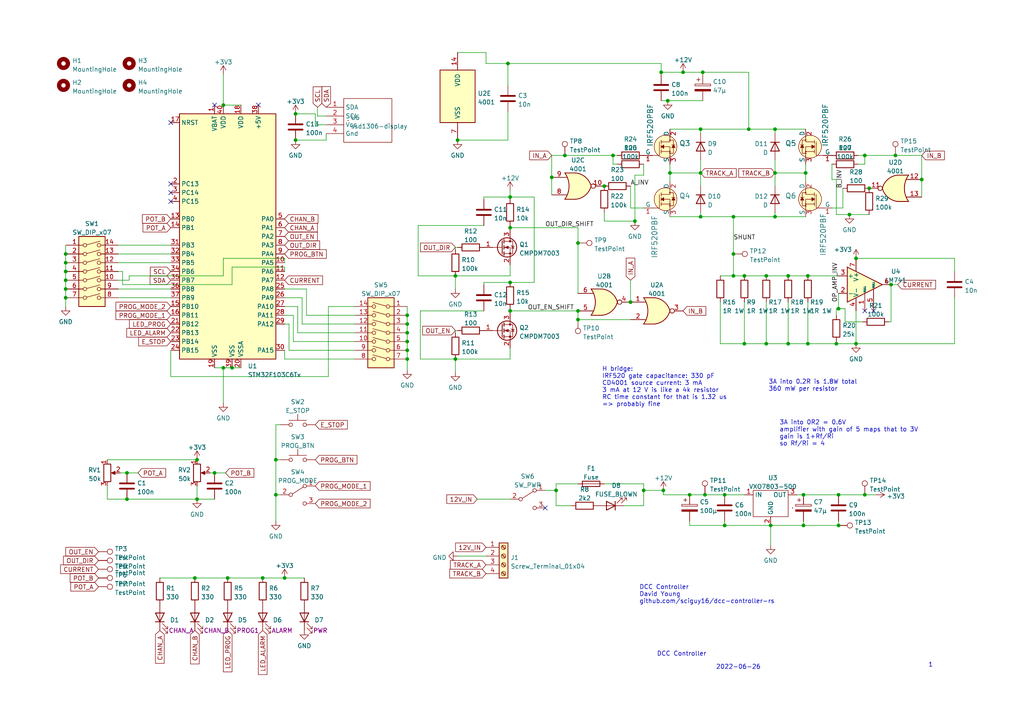
<source format=kicad_sch>
(kicad_sch (version 20211123) (generator eeschema)
  (paper "A4")
  (junction (at 56.515 167.64))
  (junction (at 252.095 54.61))
  (junction (at 191.77 20.955))
  (junction (at 19.05 73.66))
  (junction (at 248.285 74.93))
  (junction (at 210.185 143.51))
  (junction (at 267.335 52.07))
  (junction (at 85.725 40.64))
  (junction (at 132.08 104.14))
  (junction (at 248.285 99.695))
  (junction (at 19.05 83.82))
  (junction (at 215.9 99.695))
  (junction (at 224.79 62.865))
  (junction (at 118.11 104.14))
  (junction (at 228.6 99.695))
  (junction (at 233.68 50.165))
  (junction (at 147.32 18.415))
  (junction (at 210.185 152.4))
  (junction (at 194.31 50.165))
  (junction (at 118.11 93.98))
  (junction (at 246.38 62.23))
  (junction (at 215.9 80.01))
  (junction (at 224.79 50.165))
  (junction (at 147.955 66.04))
  (junction (at 132.08 80.01))
  (junction (at 203.2 50.165))
  (junction (at 147.955 81.915))
  (junction (at 118.11 91.44))
  (junction (at 163.83 45.085))
  (junction (at 242.57 99.695))
  (junction (at 19.05 78.74))
  (junction (at 198.12 20.955))
  (junction (at 118.11 99.06))
  (junction (at 250.825 45.085))
  (junction (at 161.29 142.24))
  (junction (at 76.2 167.64))
  (junction (at 62.23 137.16))
  (junction (at 167.64 70.485))
  (junction (at 19.05 86.36))
  (junction (at 36.83 144.78))
  (junction (at 259.715 45.085))
  (junction (at 118.11 101.6))
  (junction (at 118.11 96.52))
  (junction (at 175.26 53.975))
  (junction (at 234.315 80.01))
  (junction (at 67.31 106.68))
  (junction (at 258.445 82.55))
  (junction (at 64.77 106.68))
  (junction (at 200.025 143.51))
  (junction (at 36.83 137.16))
  (junction (at 243.205 89.535))
  (junction (at 167.64 92.71))
  (junction (at 192.405 142.24))
  (junction (at 233.045 143.51))
  (junction (at 64.77 30.48))
  (junction (at 203.2 37.465))
  (junction (at 19.05 81.28))
  (junction (at 57.15 144.78))
  (junction (at 212.725 73.66))
  (junction (at 80.01 133.35))
  (junction (at 233.045 152.4))
  (junction (at 243.205 152.4))
  (junction (at 203.2 62.865))
  (junction (at 147.955 90.17))
  (junction (at 57.15 133.35))
  (junction (at 204.47 143.51))
  (junction (at 228.6 80.01))
  (junction (at 85.725 33.02))
  (junction (at 19.05 76.2))
  (junction (at 212.725 62.865))
  (junction (at 223.52 152.4))
  (junction (at 203.835 20.955))
  (junction (at 193.675 29.21))
  (junction (at 167.64 90.17))
  (junction (at 182.88 87.63))
  (junction (at 132.715 40.64))
  (junction (at 224.79 37.465))
  (junction (at 222.25 80.01))
  (junction (at 82.55 167.64))
  (junction (at 234.315 99.695))
  (junction (at 222.25 99.695))
  (junction (at 160.02 51.435))
  (junction (at 186.69 142.24))
  (junction (at 250.825 143.51))
  (junction (at 147.955 57.15))
  (junction (at 80.01 143.51))
  (junction (at 217.17 37.465))
  (junction (at 66.04 167.64))
  (junction (at 212.725 80.01))
  (junction (at 184.15 64.135))
  (junction (at 243.205 143.51))
  (junction (at 177.8 45.085))
  (no_connect (at 49.53 35.56))
  (no_connect (at 158.115 147.32))
  (no_connect (at 253.365 90.17))
  (no_connect (at 49.53 58.42))
  (no_connect (at 74.93 30.48))
  (no_connect (at 250.825 90.17))
  (no_connect (at 62.23 30.48))
  (no_connect (at 49.53 53.34))
  (no_connect (at 49.53 55.88))
  (wire (pts (xy 243.205 89.535) (xy 243.205 85.09)))
  (wire (pts (xy 215.9 80.01) (xy 222.25 80.01)))
  (wire (pts (xy 147.955 89.535) (xy 147.955 90.17)))
  (wire (pts (xy 160.02 51.435) (xy 160.02 56.515)))
  (wire (pts (xy 118.11 104.14) (xy 118.11 107.315)))
  (wire (pts (xy 212.725 73.66) (xy 212.725 80.01)))
  (wire (pts (xy 217.17 20.955) (xy 217.17 37.465)))
  (wire (pts (xy 19.05 86.36) (xy 19.05 88.9)))
  (wire (pts (xy 243.205 89.535) (xy 242.57 89.535)))
  (wire (pts (xy 204.47 143.51) (xy 210.185 143.51)))
  (wire (pts (xy 276.86 74.93) (xy 276.86 78.74)))
  (wire (pts (xy 88.9 83.82) (xy 82.55 83.82)))
  (wire (pts (xy 241.3 52.07) (xy 241.3 47.625)))
  (wire (pts (xy 94.615 40.64) (xy 85.725 40.64)))
  (wire (pts (xy 64.77 74.93) (xy 82.55 74.93)))
  (wire (pts (xy 154.94 57.15) (xy 154.94 81.915)))
  (wire (pts (xy 19.05 71.12) (xy 19.05 73.66)))
  (wire (pts (xy 132.08 104.14) (xy 147.955 104.14)))
  (wire (pts (xy 140.97 18.415) (xy 140.97 15.24)))
  (wire (pts (xy 208.915 80.01) (xy 212.725 80.01)))
  (wire (pts (xy 91.44 33.02) (xy 85.725 33.02)))
  (wire (pts (xy 259.715 45.085) (xy 267.335 45.085)))
  (wire (pts (xy 250.825 143.51) (xy 254 143.51)))
  (wire (pts (xy 140.335 65.405) (xy 121.285 65.405)))
  (wire (pts (xy 67.31 106.68) (xy 69.85 106.68)))
  (wire (pts (xy 228.6 80.01) (xy 234.315 80.01)))
  (wire (pts (xy 57.15 140.97) (xy 57.15 144.78)))
  (wire (pts (xy 194.31 50.165) (xy 194.31 47.625)))
  (wire (pts (xy 147.955 65.405) (xy 147.955 66.04)))
  (wire (pts (xy 80.01 143.51) (xy 81.28 143.51)))
  (wire (pts (xy 82.55 74.93) (xy 82.55 76.2)))
  (wire (pts (xy 194.31 62.865) (xy 203.2 62.865)))
  (wire (pts (xy 19.05 78.74) (xy 19.05 81.28)))
  (wire (pts (xy 147.32 18.415) (xy 191.77 18.415)))
  (wire (pts (xy 121.92 90.17) (xy 121.92 104.14)))
  (wire (pts (xy 35.56 78.74) (xy 35.56 82.55)))
  (wire (pts (xy 215.9 87.63) (xy 215.9 99.695)))
  (wire (pts (xy 228.6 99.695) (xy 222.25 99.695)))
  (wire (pts (xy 76.2 167.64) (xy 82.55 167.64)))
  (wire (pts (xy 161.29 142.24) (xy 161.29 140.335)))
  (wire (pts (xy 182.88 87.63) (xy 182.88 81.28)))
  (wire (pts (xy 243.205 152.4) (xy 243.205 151.13)))
  (wire (pts (xy 132.08 80.01) (xy 132.08 83.82)))
  (wire (pts (xy 140.335 90.17) (xy 121.92 90.17)))
  (wire (pts (xy 102.87 88.9) (xy 95.25 88.9)))
  (wire (pts (xy 223.52 152.4) (xy 223.52 158.115)))
  (wire (pts (xy 34.29 76.2) (xy 49.53 76.2)))
  (wire (pts (xy 31.115 140.97) (xy 31.115 144.78)))
  (wire (pts (xy 19.05 81.28) (xy 19.05 83.82)))
  (wire (pts (xy 118.11 93.98) (xy 118.11 96.52)))
  (wire (pts (xy 147.955 57.15) (xy 147.955 57.785)))
  (wire (pts (xy 186.69 50.8) (xy 186.69 47.625)))
  (wire (pts (xy 192.405 143.51) (xy 192.405 142.24)))
  (wire (pts (xy 37.465 80.01) (xy 64.77 80.01)))
  (wire (pts (xy 248.92 47.625) (xy 250.825 47.625)))
  (wire (pts (xy 147.955 90.17) (xy 147.955 90.805)))
  (wire (pts (xy 147.955 66.04) (xy 147.955 66.675)))
  (wire (pts (xy 121.285 80.01) (xy 132.08 80.01)))
  (wire (pts (xy 233.68 50.165) (xy 233.68 52.705)))
  (wire (pts (xy 140.335 57.15) (xy 147.955 57.15)))
  (wire (pts (xy 36.83 144.78) (xy 57.15 144.78)))
  (wire (pts (xy 140.97 15.24) (xy 132.715 15.24)))
  (wire (pts (xy 224.79 50.165) (xy 233.68 50.165)))
  (wire (pts (xy 194.31 37.465) (xy 203.2 37.465)))
  (wire (pts (xy 82.55 167.64) (xy 88.265 167.64)))
  (wire (pts (xy 147.32 18.415) (xy 147.32 24.765)))
  (wire (pts (xy 212.725 62.865) (xy 224.79 62.865)))
  (wire (pts (xy 66.04 167.64) (xy 76.2 167.64)))
  (wire (pts (xy 258.445 82.55) (xy 260.35 82.55)))
  (wire (pts (xy 212.725 80.01) (xy 215.9 80.01)))
  (wire (pts (xy 194.31 50.165) (xy 194.31 52.705)))
  (wire (pts (xy 34.925 137.16) (xy 36.83 137.16)))
  (wire (pts (xy 102.87 91.44) (xy 88.9 91.44)))
  (wire (pts (xy 210.185 151.13) (xy 210.185 152.4)))
  (wire (pts (xy 64.77 106.68) (xy 67.31 106.68)))
  (wire (pts (xy 186.69 142.24) (xy 186.69 140.335)))
  (wire (pts (xy 85.09 99.06) (xy 85.09 91.44)))
  (wire (pts (xy 64.77 116.84) (xy 64.77 106.68)))
  (wire (pts (xy 244.475 60.325) (xy 244.475 54.61)))
  (wire (pts (xy 102.87 104.14) (xy 82.55 104.14)))
  (wire (pts (xy 94.615 36.195) (xy 91.44 36.195)))
  (wire (pts (xy 186.69 146.685) (xy 186.69 142.24)))
  (wire (pts (xy 19.05 73.66) (xy 19.05 76.2)))
  (wire (pts (xy 160.02 45.085) (xy 160.02 51.435)))
  (wire (pts (xy 132.08 95.885) (xy 132.715 95.885)))
  (wire (pts (xy 184.15 64.135) (xy 175.26 64.135)))
  (wire (pts (xy 57.15 144.78) (xy 62.23 144.78)))
  (wire (pts (xy 31.115 133.35) (xy 57.15 133.35)))
  (wire (pts (xy 177.8 45.085) (xy 179.07 45.085)))
  (wire (pts (xy 34.29 86.36) (xy 49.53 86.36)))
  (wire (pts (xy 154.94 81.915) (xy 147.955 81.915)))
  (wire (pts (xy 118.11 96.52) (xy 118.11 99.06)))
  (wire (pts (xy 140.335 57.785) (xy 140.335 57.15)))
  (wire (pts (xy 80.01 133.35) (xy 80.01 123.19)))
  (wire (pts (xy 215.9 99.695) (xy 208.915 99.695)))
  (wire (pts (xy 140.335 81.915) (xy 147.955 81.915)))
  (wire (pts (xy 80.01 133.35) (xy 81.28 133.35)))
  (wire (pts (xy 184.15 64.135) (xy 184.15 50.8)))
  (wire (pts (xy 82.55 77.47) (xy 82.55 78.74)))
  (wire (pts (xy 203.835 20.955) (xy 203.835 21.59)))
  (wire (pts (xy 147.955 90.17) (xy 167.64 90.17)))
  (wire (pts (xy 233.68 62.865) (xy 224.79 62.865)))
  (wire (pts (xy 191.77 29.21) (xy 193.675 29.21)))
  (wire (pts (xy 19.05 83.82) (xy 19.05 86.36)))
  (wire (pts (xy 132.715 161.29) (xy 140.97 161.29)))
  (wire (pts (xy 258.445 93.345) (xy 257.81 93.345)))
  (wire (pts (xy 203.835 20.955) (xy 217.17 20.955)))
  (wire (pts (xy 200.025 143.51) (xy 192.405 143.51)))
  (wire (pts (xy 132.08 71.755) (xy 132.08 72.39)))
  (wire (pts (xy 246.38 62.23) (xy 252.095 62.23)))
  (wire (pts (xy 248.285 99.695) (xy 242.57 99.695)))
  (wire (pts (xy 132.08 80.01) (xy 147.955 80.01)))
  (wire (pts (xy 31.115 144.78) (xy 36.83 144.78)))
  (wire (pts (xy 121.92 104.14) (xy 132.08 104.14)))
  (wire (pts (xy 158.115 142.24) (xy 161.29 142.24)))
  (wire (pts (xy 210.185 143.51) (xy 215.9 143.51)))
  (wire (pts (xy 92.075 33.655) (xy 94.615 33.655)))
  (wire (pts (xy 62.23 137.16) (xy 65.405 137.16)))
  (wire (pts (xy 132.08 71.755) (xy 132.715 71.755)))
  (wire (pts (xy 228.6 87.63) (xy 228.6 99.695)))
  (wire (pts (xy 49.53 109.22) (xy 49.53 101.6)))
  (wire (pts (xy 161.29 140.335) (xy 167.64 140.335)))
  (wire (pts (xy 118.11 101.6) (xy 118.11 104.14)))
  (wire (pts (xy 161.29 146.685) (xy 161.29 142.24)))
  (wire (pts (xy 224.79 37.465) (xy 224.79 38.735)))
  (wire (pts (xy 67.31 82.55) (xy 67.31 77.47)))
  (wire (pts (xy 217.17 37.465) (xy 224.79 37.465)))
  (wire (pts (xy 118.11 91.44) (xy 118.11 93.98)))
  (wire (pts (xy 147.955 57.15) (xy 154.94 57.15)))
  (wire (pts (xy 224.79 62.865) (xy 224.79 61.595)))
  (wire (pts (xy 67.31 77.47) (xy 82.55 77.47)))
  (wire (pts (xy 64.77 80.01) (xy 64.77 74.93)))
  (wire (pts (xy 118.11 99.06) (xy 118.11 101.6)))
  (wire (pts (xy 231.14 143.51) (xy 233.045 143.51)))
  (wire (pts (xy 234.315 80.01) (xy 243.205 80.01)))
  (wire (pts (xy 60.96 137.16) (xy 62.23 137.16)))
  (wire (pts (xy 138.43 144.78) (xy 147.955 144.78)))
  (wire (pts (xy 167.64 92.71) (xy 182.88 92.71)))
  (wire (pts (xy 102.87 96.52) (xy 86.36 96.52)))
  (wire (pts (xy 248.285 90.17) (xy 248.285 99.695)))
  (wire (pts (xy 250.825 47.625) (xy 250.825 45.085)))
  (wire (pts (xy 233.045 143.51) (xy 243.205 143.51)))
  (wire (pts (xy 245.11 89.535) (xy 243.205 89.535)))
  (wire (pts (xy 167.64 85.09) (xy 167.64 70.485)))
  (wire (pts (xy 102.87 101.6) (xy 83.82 101.6)))
  (wire (pts (xy 87.63 86.36) (xy 82.55 86.36)))
  (wire (pts (xy 212.725 62.865) (xy 212.725 73.66)))
  (wire (pts (xy 80.01 123.19) (xy 81.28 123.19)))
  (wire (pts (xy 191.77 20.955) (xy 198.12 20.955)))
  (wire (pts (xy 34.29 78.74) (xy 35.56 78.74)))
  (wire (pts (xy 233.68 47.625) (xy 233.68 50.165)))
  (wire (pts (xy 193.675 29.21) (xy 203.835 29.21)))
  (wire (pts (xy 102.87 93.98) (xy 87.63 93.98)))
  (wire (pts (xy 177.8 47.625) (xy 177.8 45.085)))
  (wire (pts (xy 34.29 81.28) (xy 37.465 81.28)))
  (wire (pts (xy 46.355 167.64) (xy 56.515 167.64)))
  (wire (pts (xy 167.64 66.04) (xy 147.955 66.04)))
  (wire (pts (xy 102.87 99.06) (xy 85.09 99.06)))
  (wire (pts (xy 147.32 18.415) (xy 140.97 18.415)))
  (wire (pts (xy 147.32 32.385) (xy 147.32 40.64)))
  (wire (pts (xy 56.515 167.64) (xy 66.04 167.64)))
  (wire (pts (xy 224.79 37.465) (xy 233.68 37.465)))
  (wire (pts (xy 121.285 65.405) (xy 121.285 80.01)))
  (wire (pts (xy 86.36 88.9) (xy 82.55 88.9)))
  (wire (pts (xy 242.57 99.695) (xy 242.57 99.06)))
  (wire (pts (xy 94.615 38.735) (xy 94.615 40.64)))
  (wire (pts (xy 200.025 143.51) (xy 204.47 143.51)))
  (wire (pts (xy 95.25 88.9) (xy 95.25 109.22)))
  (wire (pts (xy 147.955 76.835) (xy 147.955 80.01)))
  (wire (pts (xy 83.82 101.6) (xy 83.82 93.98)))
  (wire (pts (xy 118.11 88.9) (xy 118.11 91.44)))
  (wire (pts (xy 34.29 73.66) (xy 49.53 73.66)))
  (wire (pts (xy 242.57 89.535) (xy 242.57 91.44)))
  (wire (pts (xy 36.83 137.16) (xy 40.005 137.16)))
  (wire (pts (xy 165.735 146.685) (xy 161.29 146.685)))
  (wire (pts (xy 222.25 87.63) (xy 222.25 99.695)))
  (wire (pts (xy 163.83 45.085) (xy 177.8 45.085)))
  (wire (pts (xy 87.63 93.98) (xy 87.63 86.36)))
  (wire (pts (xy 276.86 99.695) (xy 248.285 99.695)))
  (wire (pts (xy 34.29 71.12) (xy 49.53 71.12)))
  (wire (pts (xy 86.36 96.52) (xy 86.36 88.9)))
  (wire (pts (xy 191.77 18.415) (xy 191.77 20.955)))
  (wire (pts (xy 175.26 64.135) (xy 175.26 61.595)))
  (wire (pts (xy 223.52 152.4) (xy 233.045 152.4)))
  (wire (pts (xy 184.15 50.8) (xy 186.69 50.8)))
  (wire (pts (xy 250.825 45.085) (xy 259.715 45.085)))
  (wire (pts (xy 203.2 50.165) (xy 203.2 53.975)))
  (wire (pts (xy 203.2 37.465) (xy 203.2 38.735)))
  (wire (pts (xy 186.69 140.335) (xy 175.26 140.335)))
  (wire (pts (xy 179.07 47.625) (xy 177.8 47.625)))
  (wire (pts (xy 203.2 37.465) (xy 217.17 37.465)))
  (wire (pts (xy 147.955 104.14) (xy 147.955 100.965)))
  (wire (pts (xy 223.52 152.4) (xy 210.185 152.4)))
  (wire (pts (xy 92.075 31.115) (xy 92.075 33.655)))
  (wire (pts (xy 91.44 33.02) (xy 91.44 36.195)))
  (wire (pts (xy 167.64 90.17) (xy 167.64 92.71)))
  (wire (pts (xy 203.2 46.355) (xy 203.2 50.165)))
  (wire (pts (xy 64.77 21.59) (xy 64.77 30.48)))
  (wire (pts (xy 64.77 30.48) (xy 69.85 30.48)))
  (wire (pts (xy 37.465 81.28) (xy 37.465 80.01)))
  (wire (pts (xy 35.56 82.55) (xy 67.31 82.55)))
  (wire (pts (xy 233.045 152.4) (xy 243.205 152.4)))
  (wire (pts (xy 248.92 45.085) (xy 250.825 45.085)))
  (wire (pts (xy 234.315 99.695) (xy 228.6 99.695)))
  (wire (pts (xy 242.57 62.23) (xy 242.57 52.07)))
  (wire (pts (xy 267.335 45.085) (xy 267.335 52.07)))
  (wire (pts (xy 85.09 91.44) (xy 82.55 91.44)))
  (wire (pts (xy 250.19 93.345) (xy 245.11 93.345)))
  (wire (pts (xy 186.69 60.325) (xy 182.88 60.325)))
  (wire (pts (xy 242.57 99.695) (xy 234.315 99.695)))
  (wire (pts (xy 88.9 91.44) (xy 88.9 83.82)))
  (wire (pts (xy 248.285 74.93) (xy 276.86 74.93)))
  (wire (pts (xy 80.01 151.13) (xy 80.01 143.51)))
  (wire (pts (xy 167.64 70.485) (xy 167.64 66.04)))
  (wire (pts (xy 147.32 40.64) (xy 132.715 40.64)))
  (wire (pts (xy 224.79 46.355) (xy 224.79 50.165)))
  (wire (pts (xy 246.38 62.23) (xy 242.57 62.23)))
  (wire (pts (xy 182.88 60.325) (xy 182.88 53.975)))
  (wire (pts (xy 203.2 61.595) (xy 203.2 62.865)))
  (wire (pts (xy 203.2 50.165) (xy 194.31 50.165)))
  (wire (pts (xy 83.82 93.98) (xy 82.55 93.98)))
  (wire (pts (xy 267.335 52.07) (xy 267.335 57.15)))
  (wire (pts (xy 180.975 146.685) (xy 186.69 146.685)))
  (wire (pts (xy 245.11 93.345) (xy 245.11 89.535)))
  (wire (pts (xy 243.205 143.51) (xy 250.825 143.51)))
  (wire (pts (xy 203.2 62.865) (xy 212.725 62.865)))
  (wire (pts (xy 233.045 151.13) (xy 233.045 152.4)))
  (wire (pts (xy 192.405 142.24) (xy 186.69 142.24)))
  (wire (pts (xy 191.77 20.955) (xy 191.77 21.59)))
  (wire (pts (xy 224.79 50.165) (xy 224.79 53.975)))
  (wire (pts (xy 222.25 80.01) (xy 228.6 80.01)))
  (wire (pts (xy 210.185 152.4) (xy 200.025 152.4)))
  (wire (pts (xy 258.445 82.55) (xy 258.445 93.345)))
  (wire (pts (xy 160.02 45.085) (xy 163.83 45.085)))
  (wire (pts (xy 276.86 86.36) (xy 276.86 99.695)))
  (wire (pts (xy 208.915 99.695) (xy 208.915 87.63)))
  (wire (pts (xy 82.55 104.14) (xy 82.55 101.6)))
  (wire (pts (xy 19.05 76.2) (xy 19.05 78.74)))
  (wire (pts (xy 198.12 20.955) (xy 203.835 20.955)))
  (wire (pts (xy 222.25 99.695) (xy 215.9 99.695)))
  (wire (pts (xy 64.77 106.68) (xy 62.23 106.68)))
  (wire (pts (xy 132.08 95.885) (xy 132.08 96.52)))
  (wire (pts (xy 132.08 104.14) (xy 132.08 107.95)))
  (wire (pts (xy 80.01 143.51) (xy 80.01 133.35)))
  (wire (pts (xy 242.57 52.07) (xy 241.3 52.07)))
  (wire (pts (xy 200.025 152.4) (xy 200.025 151.13)))
  (wire (pts (xy 234.315 87.63) (xy 234.315 99.695)))
  (wire (pts (xy 95.25 109.22) (xy 49.53 109.22)))
  (wire (pts (xy 34.29 83.82) (xy 49.53 83.82)))
  (wire (pts (xy 241.3 60.325) (xy 244.475 60.325)))
  (wire (pts (xy 140.335 82.55) (xy 140.335 81.915)))
  (wire (pts (xy 147.955 55.245) (xy 147.955 57.15)))
  (text "DCC Controller" (at 190.5 190.5 0) (effects (font (size 1.27 1.27)) (justify left bottom)))
  (text "H bridge:\nIRF520 gate capacitance: 330 pF\nCD4001 source current: 3 mA\n3 mA at 12 V is like a 4k resistor\nRC time constant for that is 1.32 us\n=> probably fine" (at 174.625 118.11 0) (effects (font (size 1.27 1.27)) (justify left bottom)))
  (text "DCC Controller\nDavid Young\ngithub.com/sciguy16/dcc-controller-rs" (at 185.42 175.26 0) (effects (font (size 1.27 1.27)) (justify left bottom)))
  (text "2022-06-26" (at 207.645 194.31 0) (effects (font (size 1.27 1.27)) (justify left bottom)))
  (text "3A into 0.2R is 1.8W total\n360 mW per resistor" (at 222.885 113.665 0) (effects (font (size 1.27 1.27)) (justify left bottom)))
  (text "1" (at 269.24 193.675 0) (effects (font (size 1.27 1.27)) (justify left bottom)))
  (text "3A into 0R2 = 0.6V\namplifier with gain of 5 maps that to 3V\ngain is 1+Rf/Ri\nso Rf/Ri = 4" (at 226.06 129.54 0) (effects (font (size 1.27 1.27)) (justify left bottom)))
  (label "B_INV" (at 244.475 54.61 90))
  (label "SHUNT" (at 212.725 69.85 0))
  (label "OP_AMP_INV" (at 243.205 87.63 90))
  (label "OUT_EN_SHIFT" (at 153.035 90.17 0))
  (label "A_INV" (at 182.88 53.975 0))
  (label "OUT_DIR_SHIFT" (at 158.115 66.04 0))
  (global_label "CHAN_B" (shape input) (at 82.55 63.5 0) (property "Intersheet References" "${INTERSHEET_REFS}" (effects hide)))
  (global_label "OUT_EN" (shape input) (at 132.08 95.885 180) (property "Intersheet References" "${INTERSHEET_REFS}" (effects hide)))
  (global_label "PROG_BTN" (shape input) (at 91.44 133.35 0) (property "Intersheet References" "${INTERSHEET_REFS}" (effects hide)))
  (global_label "PROG_MODE_2" (shape input) (at 49.53 88.9 180) (property "Intersheet References" "${INTERSHEET_REFS}" (effects hide)))
  (global_label "OUT_EN" (shape input) (at 82.55 68.58 0) (property "Intersheet References" "${INTERSHEET_REFS}" (effects hide)))
  (global_label "PROG_MODE_1" (shape input) (at 91.44 140.97 0) (property "Intersheet References" "${INTERSHEET_REFS}" (effects hide)))
  (global_label "CHAN_A" (shape input) (at 46.355 182.88 270) (property "Intersheet References" "${INTERSHEET_REFS}" (effects hide)))
  (global_label "POT_A" (shape input) (at 49.53 66.04 180) (property "Intersheet References" "${INTERSHEET_REFS}" (effects hide)))
  (global_label "CHAN_B" (shape input) (at 56.515 182.88 270) (property "Intersheet References" "${INTERSHEET_REFS}" (effects hide)))
  (global_label "TRACK_B" (shape input) (at 224.79 50.165 180) (property "Intersheet References" "${INTERSHEET_REFS}" (effects hide)))
  (global_label "IN_A" (shape input) (at 182.88 81.28 90) (property "Intersheet References" "${INTERSHEET_REFS}" (effects hide)))
  (global_label "LED_ALARM" (shape input) (at 49.53 96.52 180) (property "Intersheet References" "${INTERSHEET_REFS}" (effects hide)))
  (global_label "POT_B" (shape input) (at 49.53 63.5 180) (property "Intersheet References" "${INTERSHEET_REFS}" (effects hide)))
  (global_label "POT_A" (shape input) (at 40.005 137.16 0) (property "Intersheet References" "${INTERSHEET_REFS}" (effects hide)))
  (global_label "OUT_EN" (shape input) (at 28.575 160.02 180) (property "Intersheet References" "${INTERSHEET_REFS}" (effects hide)))
  (global_label "LED_ALARM" (shape input) (at 76.2 182.88 270) (property "Intersheet References" "${INTERSHEET_REFS}" (effects hide)))
  (global_label "LED_PROG" (shape input) (at 49.53 93.98 180) (property "Intersheet References" "${INTERSHEET_REFS}" (effects hide)))
  (global_label "POT_A" (shape input) (at 28.575 170.18 180) (property "Intersheet References" "${INTERSHEET_REFS}" (effects hide)))
  (global_label "TRACK_A" (shape input) (at 203.2 50.165 0) (property "Intersheet References" "${INTERSHEET_REFS}" (effects hide)))
  (global_label "SCL" (shape input) (at 92.075 31.115 90) (property "Intersheet References" "${INTERSHEET_REFS}" (effects hide)))
  (global_label "TRACK_A" (shape input) (at 140.97 163.83 180) (property "Intersheet References" "${INTERSHEET_REFS}" (effects hide)))
  (global_label "E_STOP" (shape input) (at 91.44 123.19 0) (property "Intersheet References" "${INTERSHEET_REFS}" (effects hide)))
  (global_label "E_STOP" (shape input) (at 49.53 99.06 180) (property "Intersheet References" "${INTERSHEET_REFS}" (effects hide)))
  (global_label "CHAN_A" (shape input) (at 82.55 66.04 0) (property "Intersheet References" "${INTERSHEET_REFS}" (effects hide)))
  (global_label "CURRENT" (shape input) (at 260.35 82.55 0) (property "Intersheet References" "${INTERSHEET_REFS}" (effects hide)))
  (global_label "12V_IN" (shape input) (at 138.43 144.78 180) (property "Intersheet References" "${INTERSHEET_REFS}" (effects hide)))
  (global_label "SCL" (shape input) (at 49.53 78.74 180) (property "Intersheet References" "${INTERSHEET_REFS}" (effects hide)))
  (global_label "PROG_MODE_2" (shape input) (at 91.44 146.05 0) (property "Intersheet References" "${INTERSHEET_REFS}" (effects hide)))
  (global_label "OUT_DIR" (shape input) (at 28.575 162.56 180) (property "Intersheet References" "${INTERSHEET_REFS}" (effects hide)))
  (global_label "PROG_BTN" (shape input) (at 82.55 73.66 0) (property "Intersheet References" "${INTERSHEET_REFS}" (effects hide)))
  (global_label "OUT_DIR" (shape input) (at 132.08 71.755 180) (property "Intersheet References" "${INTERSHEET_REFS}" (effects hide)))
  (global_label "12V_IN" (shape input) (at 140.97 158.75 180) (property "Intersheet References" "${INTERSHEET_REFS}" (effects hide)))
  (global_label "IN_A" (shape input) (at 160.02 45.085 180) (property "Intersheet References" "${INTERSHEET_REFS}" (effects hide)))
  (global_label "SDA" (shape input) (at 94.615 31.115 90) (property "Intersheet References" "${INTERSHEET_REFS}" (effects hide)))
  (global_label "LED_PROG" (shape input) (at 66.04 182.88 270) (property "Intersheet References" "${INTERSHEET_REFS}" (effects hide)))
  (global_label "OUT_DIR" (shape input) (at 82.55 71.12 0) (property "Intersheet References" "${INTERSHEET_REFS}" (effects hide)))
  (global_label "IN_B" (shape input) (at 267.335 45.085 0) (property "Intersheet References" "${INTERSHEET_REFS}" (effects hide)))
  (global_label "PROG_MODE_1" (shape input) (at 49.53 91.44 180) (property "Intersheet References" "${INTERSHEET_REFS}" (effects hide)))
  (global_label "POT_B" (shape input) (at 28.575 167.64 180) (property "Intersheet References" "${INTERSHEET_REFS}" (effects hide)))
  (global_label "SDA" (shape input) (at 49.53 81.28 180) (property "Intersheet References" "${INTERSHEET_REFS}" (effects hide)))
  (global_label "POT_B" (shape input) (at 65.405 137.16 0) (property "Intersheet References" "${INTERSHEET_REFS}" (effects hide)))
  (global_label "CURRENT" (shape input) (at 28.575 165.1 180) (property "Intersheet References" "${INTERSHEET_REFS}" (effects hide)))
  (global_label "CURRENT" (shape input) (at 82.55 81.28 0) (property "Intersheet References" "${INTERSHEET_REFS}" (effects hide)))
  (global_label "TRACK_B" (shape input) (at 140.97 166.37 180) (property "Intersheet References" "${INTERSHEET_REFS}" (effects hide)))
  (global_label "IN_B" (shape input) (at 198.12 90.17 0) (property "Intersheet References" "${INTERSHEET_REFS}" (effects hide)))
  (symbol (lib_id "Device:R") (at 132.08 76.2 0) (unit 1)
    (property "Reference" "R10" (at 133.858 75.3653 0) (effects (justify left)))
    (property "Value" "100k" (at 133.858 77.9022 0) (effects (justify left)))
    (property "Footprint" "Resistor_SMD:R_0805_2012Metric" (effects hide))
  )
  (symbol (lib_id "Device:LED") (at 177.165 146.685 180) (unit 1)
    (property "Reference" "D8" (at 178.7525 140.8262 0))
    (property "Value" "FUSE_BLOWN" (at 178.7525 143.3631 0))
    (property "Footprint" "LED_SMD:LED_0805_2012Metric" (effects hide))
  )
  (symbol (lib_id "Device:R") (at 222.25 83.82 0) (unit 1)
    (property "Reference" "R17" (at 222.885 87.6331 0) (effects (justify left)))
    (property "Value" "1R 1W" (at 222.885 90.17 0) (effects (justify left)))
    (property "Footprint" "Resistor_THT:R_Axial_DIN0207_L6.3mm_D2.5mm_P10.16mm_Horizontal" (effects hide))
  )
  (symbol (lib_id "Switch:SW_SPDT") (at 86.36 143.51 0) (unit 1)
    (property "Reference" "SW4" (at 86.36 136.8892 0))
    (property "Value" "PROG_MODE" (at 86.36 139.4261 0))
    (property "Footprint" "dp3t:dp3t" (effects hide))
  )
  (symbol (lib_id "dk_Transistors-FETs-MOSFETs-Single:IRF510PBF") (at 233.68 57.785 0) (mirror y) (unit 1)
    (property "Reference" "Q6" (at 231.013 56.8088 0) (effects (font (size 1.524 1.524)) (justify left)))
    (property "Value" "IRF520PBF" (at 238.76 74.295 90) (effects (font (size 1.524 1.524)) (justify left)))
    (property "Footprint" "Package_TO_SOT_THT:TO-220F-3_Vertical" (effects hide))
    (property "Datasheet" "http://www.vishay.com/docs/91015/sihf510.pdf" (effects hide))
    (property "Digi-Key_PN" "IRF510PBF-ND" (effects hide))
    (property "MPN" "IRF510PBF" (effects hide))
    (property "Category" "Discrete Semiconductor Products" (effects hide))
    (property "Family" "Transistors - FETs, MOSFETs - Single" (effects hide))
    (property "DK_Datasheet_Link" "http://www.vishay.com/docs/91015/sihf510.pdf" (effects hide))
    (property "DK_Detail_Page" "/product-detail/en/vishay-siliconix/IRF510PBF/IRF510PBF-ND/811710" (effects hide))
    (property "Description" "MOSFET N-CH 100V 5.6A TO-220AB" (effects hide))
    (property "Manufacturer" "Vishay Siliconix" (effects hide))
    (property "Status" "Active" (effects hide))
  )
  (symbol (lib_id "Device:R") (at 136.525 95.885 90) (unit 1)
    (property "Reference" "R13" (at 136.525 91.1692 90))
    (property "Value" "100" (at 136.525 93.7061 90))
    (property "Footprint" "Resistor_SMD:R_0805_2012Metric" (effects hide))
  )
  (symbol (lib_id "power:GND") (at 193.675 29.21 0) (unit 1)
    (property "Reference" "#PWR018" (effects hide))
    (property "Value" "GND" (at 193.675 33.6534 0))
  )
  (symbol (lib_id "Mechanical:MountingHole") (at 18.415 24.765 0) (unit 1)
    (property "Reference" "H2" (at 20.955 23.9303 0) (effects (justify left)))
    (property "Value" "MountingHole" (at 20.955 26.4672 0) (effects (justify left)))
    (property "Footprint" "MountingHole:MountingHole_3.2mm_M3" (effects hide))
  )
  (symbol (lib_id "Device:LED") (at 56.515 179.07 90) (unit 1)
    (property "Reference" "D2" (at 59.436 179.8228 90) (effects (justify right)))
    (property "Value" "CHAN_B" (effects hide))
    (property "Footprint" "LED_SMD:LED_0805_2012Metric" (effects hide))
    (property "Label" "CHAN_B" (at 59.055 182.88 90) (effects (justify right)))
  )
  (symbol (lib_id "Device:R_Potentiometer") (at 31.115 137.16 0) (unit 1)
    (property "Reference" "RV1" (at 29.3371 136.3253 0) (effects (justify right)))
    (property "Value" "50k" (at 29.3371 138.8622 0) (effects (justify right)))
    (property "Footprint" "Potentiometer_THT:Potentiometer_Bourns_PTV09A-1_Single_Vertical" (effects hide))
  )
  (symbol (lib_id "VXO7803-500:VXO7803-500") (at 223.52 139.7 0) (unit 1)
    (property "Reference" "U3" (at 224.155 138.591 0))
    (property "Value" "VXO7803-500" (at 224.155 141.1279 0))
    (property "Footprint" "Package_TO_SOT_THT:TO-220-3_Vertical" (effects hide))
  )
  (symbol (lib_id "power:+12V") (at 147.955 55.245 0) (unit 1)
    (property "Reference" "#PWR015" (effects hide))
    (property "Value" "+12V" (at 147.955 51.6692 0))
  )
  (symbol (lib_id "Connector:TestPoint") (at 28.575 165.1 270) (unit 1)
    (property "Reference" "TP5" (at 33.274 164.2653 90) (effects (justify left)))
    (property "Value" "TestPoint" (at 33.274 166.1672 90) (effects (justify left)))
    (property "Footprint" "TestPoint:TestPoint_THTPad_D2.0mm_Drill1.0mm" (effects hide))
  )
  (symbol (lib_id "power:GND") (at 132.08 83.82 0) (unit 1)
    (property "Reference" "#PWR011" (effects hide))
    (property "Value" "GND" (at 132.08 88.2634 0))
  )
  (symbol (lib_id "Device:C") (at 191.77 25.4 180) (unit 1)
    (property "Reference" "C8" (at 194.691 24.5653 0) (effects (justify right)))
    (property "Value" "100n" (at 194.691 27.1022 0) (effects (justify right)))
    (property "Footprint" "Capacitor_SMD:C_0805_2012Metric" (effects hide))
  )
  (symbol (lib_id "4xxx:4001") (at 132.715 27.94 0) (unit 5)
    (property "Reference" "U2" (at 138.557 27.1053 0) (effects (justify left)))
    (property "Value" "4001" (at 138.557 29.6422 0) (effects (justify left)))
    (property "Footprint" "Package_SO:SOIC-14_3.9x8.7mm_P1.27mm" (effects hide))
    (property "Datasheet" "http://www.intersil.com/content/dam/Intersil/documents/cd40/cd4000bms-01bms-02bms-25bms.pdf" (effects hide))
  )
  (symbol (lib_id "power:GND") (at 223.52 158.115 0) (unit 1)
    (property "Reference" "#PWR016" (effects hide))
    (property "Value" "GND" (at 223.52 162.5584 0))
  )
  (symbol (lib_id "Mechanical:MountingHole") (at 18.415 18.415 0) (unit 1)
    (property "Reference" "H1" (at 20.955 17.5803 0) (effects (justify left)))
    (property "Value" "MountingHole" (at 20.955 20.1172 0) (effects (justify left)))
    (property "Footprint" "MountingHole:MountingHole_3.2mm_M3" (effects hide))
  )
  (symbol (lib_id "Device:LED") (at 88.265 179.07 90) (unit 1)
    (property "Reference" "D7" (at 91.186 179.8228 90) (effects (justify right)))
    (property "Value" "PWR" (effects hide))
    (property "Footprint" "LED_SMD:LED_0805_2012Metric" (effects hide))
    (property "Label" "PWR" (at 90.805 182.88 90) (effects (justify right)))
  )
  (symbol (lib_id "Switch:SW_Push") (at 86.36 133.35 0) (unit 1)
    (property "Reference" "SW3" (at 86.36 126.7292 0))
    (property "Value" "PROG_BTN" (at 86.36 129.2661 0))
    (property "Footprint" "Button_Switch_THT:SW_PUSH_6mm_H5mm" (effects hide))
  )
  (symbol (lib_id "power:+3V3") (at 82.55 167.64 0) (unit 1)
    (property "Reference" "#PWR02" (effects hide))
    (property "Value" "+3V3" (at 82.55 164.0642 0))
  )
  (symbol (lib_id "ssd1306-display:ssd1306-display") (at 98.425 27.305 0) (unit 1)
    (property "Reference" "U5" (at 101.6762 34.0903 0) (effects (justify left)))
    (property "Value" "ssd1306-display" (at 101.6762 36.6272 0) (effects (justify left)))
    (property "Footprint" "ssd1306-display:ssd1306-display" (effects hide))
  )
  (symbol (lib_id "power:+3V3") (at 57.15 133.35 0) (unit 1)
    (property "Reference" "#PWR03" (effects hide))
    (property "Value" "+3V3" (at 57.15 129.7742 0))
  )
  (symbol (lib_id "Device:R") (at 179.07 53.975 90) (unit 1)
    (property "Reference" "R23" (at 179.07 49.2592 90))
    (property "Value" "100" (at 179.07 51.7961 90))
    (property "Footprint" "Resistor_SMD:R_0805_2012Metric" (effects hide))
  )
  (symbol (lib_id "Connector:TestPoint") (at 163.83 45.085 0) (unit 1)
    (property "Reference" "TP8" (at 165.227 40.9483 0) (effects (justify left)))
    (property "Value" "TestPoint" (at 165.227 43.4852 0) (effects (justify left)))
    (property "Footprint" "TestPoint:TestPoint_THTPad_D2.0mm_Drill1.0mm" (effects hide))
  )
  (symbol (lib_id "power:GND") (at 132.08 107.95 0) (unit 1)
    (property "Reference" "#PWR013" (effects hide))
    (property "Value" "GND" (at 132.08 112.3934 0))
  )
  (symbol (lib_id "dk_Transistors-FETs-MOSFETs-Single:IRF510PBF") (at 194.31 57.785 0) (unit 1)
    (property "Reference" "Q4" (at 196.977 56.8088 0) (effects (font (size 1.524 1.524)) (justify left)))
    (property "Value" "IRF520PBF" (at 189.865 74.93 90) (effects (font (size 1.524 1.524)) (justify left)))
    (property "Footprint" "Package_TO_SOT_THT:TO-220F-3_Vertical" (effects hide))
    (property "Datasheet" "http://www.vishay.com/docs/91015/sihf510.pdf" (effects hide))
    (property "Digi-Key_PN" "IRF510PBF-ND" (effects hide))
    (property "MPN" "IRF510PBF" (effects hide))
    (property "Category" "Discrete Semiconductor Products" (effects hide))
    (property "Family" "Transistors - FETs, MOSFETs - Single" (effects hide))
    (property "DK_Datasheet_Link" "http://www.vishay.com/docs/91015/sihf510.pdf" (effects hide))
    (property "DK_Detail_Page" "/product-detail/en/vishay-siliconix/IRF510PBF/IRF510PBF-ND/811710" (effects hide))
    (property "Description" "MOSFET N-CH 100V 5.6A TO-220AB" (effects hide))
    (property "Manufacturer" "Vishay Siliconix" (effects hide))
    (property "Status" "Active" (effects hide))
  )
  (symbol (lib_id "power:GND") (at 184.15 64.135 0) (unit 1)
    (property "Reference" "#PWR024" (effects hide))
    (property "Value" "GND" (at 184.15 68.5784 0))
  )
  (symbol (lib_id "power:GND") (at 246.38 62.23 0) (unit 1)
    (property "Reference" "#PWR025" (effects hide))
    (property "Value" "GND" (at 246.38 66.6734 0))
  )
  (symbol (lib_id "Device:R") (at 245.11 45.085 90) (unit 1)
    (property "Reference" "R26" (at 245.11 40.3692 90))
    (property "Value" "100" (at 245.11 42.9061 90))
    (property "Footprint" "Resistor_SMD:R_0805_2012Metric" (effects hide))
  )
  (symbol (lib_id "Device:R") (at 252.095 58.42 0) (unit 1)
    (property "Reference" "R29" (at 253.873 57.5853 0) (effects (justify left)))
    (property "Value" "100k" (at 253.873 60.1222 0) (effects (justify left)))
    (property "Footprint" "Resistor_SMD:R_0805_2012Metric" (effects hide))
  )
  (symbol (lib_id "Connector:TestPoint") (at 28.575 160.02 270) (unit 1)
    (property "Reference" "TP3" (at 33.274 159.1853 90) (effects (justify left)))
    (property "Value" "TestPoint" (at 33.274 161.7222 90) (effects (justify left)))
    (property "Footprint" "TestPoint:TestPoint_THTPad_D2.0mm_Drill1.0mm" (effects hide))
  )
  (symbol (lib_id "Device:C_Polarized") (at 233.045 147.32 0) (unit 1)
    (property "Reference" "C7" (at 235.966 145.5963 0) (effects (justify left)))
    (property "Value" "47µ" (at 235.966 148.1332 0) (effects (justify left)))
    (property "Footprint" "Capacitor_THT:CP_Radial_D5.0mm_P2.50mm" (effects hide))
  )
  (symbol (lib_id "Connector:TestPoint") (at 28.575 170.18 270) (unit 1)
    (property "Reference" "TP7" (at 33.274 169.3453 90) (effects (justify left)))
    (property "Value" "TestPoint" (at 33.274 171.8822 90) (effects (justify left)))
    (property "Footprint" "TestPoint:TestPoint_THTPad_D2.0mm_Drill1.0mm" (effects hide))
  )
  (symbol (lib_id "Mechanical:MountingHole") (at 37.465 18.415 0) (unit 1)
    (property "Reference" "H3" (at 40.005 17.5803 0) (effects (justify left)))
    (property "Value" "MountingHole" (at 40.005 20.1172 0) (effects (justify left)))
    (property "Footprint" "MountingHole:MountingHole_3.2mm_M3" (effects hide))
  )
  (symbol (lib_id "Device:C") (at 147.32 28.575 0) (unit 1)
    (property "Reference" "C3" (at 150.241 27.7403 0) (effects (justify left)))
    (property "Value" "10n" (at 150.241 30.2772 0) (effects (justify left)))
    (property "Footprint" "Capacitor_SMD:C_0805_2012Metric" (effects hide))
  )
  (symbol (lib_id "power:GND") (at 132.715 161.29 270) (unit 1)
    (property "Reference" "#PWR012" (effects hide))
    (property "Value" "GND" (at 129.5401 161.7238 90) (effects (justify right)))
  )
  (symbol (lib_id "Device:R") (at 254 93.345 90) (unit 1)
    (property "Reference" "R21" (at 254 88.6292 90))
    (property "Value" "100k" (at 254 91.1661 90))
    (property "Footprint" "Resistor_SMD:R_0805_2012Metric" (effects hide))
  )
  (symbol (lib_id "Connector:TestPoint") (at 212.725 73.66 270) (unit 1)
    (property "Reference" "TP12" (at 217.424 72.8253 90) (effects (justify left)))
    (property "Value" "TestPoint" (at 217.424 75.3622 90) (effects (justify left)))
    (property "Footprint" "TestPoint:TestPoint_THTPad_D2.0mm_Drill1.0mm" (effects hide))
  )
  (symbol (lib_id "power:GND") (at 85.725 40.64 0) (unit 1)
    (property "Reference" "#PWR023" (effects hide))
    (property "Value" "GND" (at 85.725 45.0834 0))
  )
  (symbol (lib_id "Connector:TestPoint") (at 250.825 143.51 0) (unit 1)
    (property "Reference" "TP14" (at 252.222 139.3733 0) (effects (justify left)))
    (property "Value" "TestPoint" (at 252.222 141.9102 0) (effects (justify left)))
    (property "Footprint" "TestPoint:TestPoint_THTPad_D2.0mm_Drill1.0mm" (effects hide))
  )
  (symbol (lib_id "power:+3V3") (at 64.77 21.59 0) (unit 1)
    (property "Reference" "#PWR05" (effects hide))
    (property "Value" "+3V3" (at 64.77 18.0142 0))
  )
  (symbol (lib_id "Connector:TestPoint") (at 204.47 143.51 0) (unit 1)
    (property "Reference" "TP11" (at 205.867 139.3733 0) (effects (justify left)))
    (property "Value" "TestPoint" (at 205.867 141.9102 0) (effects (justify left)))
    (property "Footprint" "TestPoint:TestPoint_THTPad_D2.0mm_Drill1.0mm" (effects hide))
  )
  (symbol (lib_id "power:GND") (at 80.01 151.13 0) (unit 1)
    (property "Reference" "#PWR07" (effects hide))
    (property "Value" "GND" (at 80.01 155.5734 0))
  )
  (symbol (lib_id "Device:R") (at 88.265 171.45 0) (unit 1)
    (property "Reference" "R7" (at 90.043 170.6153 0) (effects (justify left)))
    (property "Value" "330" (at 90.043 173.1522 0) (effects (justify left)))
    (property "Footprint" "Resistor_SMD:R_0805_2012Metric" (effects hide))
  )
  (symbol (lib_id "Device:R_Potentiometer") (at 57.15 137.16 0) (unit 1)
    (property "Reference" "RV2" (at 55.3721 136.3253 0) (effects (justify right)))
    (property "Value" "50k" (at 55.3721 138.8622 0) (effects (justify right)))
    (property "Footprint" "Potentiometer_THT:Potentiometer_Bourns_PTV09A-1_Single_Vertical" (effects hide))
  )
  (symbol (lib_id "Device:C") (at 85.725 36.83 0) (unit 1)
    (property "Reference" "C13" (at 88.646 35.9953 0) (effects (justify left)))
    (property "Value" "100n" (at 88.646 38.5322 0) (effects (justify left)))
    (property "Footprint" "Capacitor_SMD:C_0805_2012Metric" (effects hide))
  )
  (symbol (lib_id "Device:R") (at 147.955 85.725 0) (unit 1)
    (property "Reference" "R15" (at 149.733 84.8903 0) (effects (justify left)))
    (property "Value" "10k" (at 149.733 87.4272 0) (effects (justify left)))
    (property "Footprint" "Resistor_SMD:R_0805_2012Metric" (effects hide))
  )
  (symbol (lib_id "Device:D") (at 203.2 57.785 270) (unit 1)
    (property "Reference" "D10" (at 205.232 56.9503 90) (effects (justify left)))
    (property "Value" "D" (at 205.232 59.4872 90) (effects (justify left)))
    (property "Footprint" "Diode_SMD:D_MELF" (effects hide))
  )
  (symbol (lib_id "dk_Transistors-FETs-MOSFETs-Single:IRF510PBF") (at 194.31 42.545 0) (unit 1)
    (property "Reference" "Q3" (at 196.977 41.5688 0) (effects (font (size 1.524 1.524)) (justify left)))
    (property "Value" "IRF520PBF" (at 188.595 42.545 90) (effects (font (size 1.524 1.524)) (justify left)))
    (property "Footprint" "Package_TO_SOT_THT:TO-220F-3_Vertical" (effects hide))
    (property "Datasheet" "http://www.vishay.com/docs/91015/sihf510.pdf" (effects hide))
    (property "Digi-Key_PN" "IRF510PBF-ND" (effects hide))
    (property "MPN" "IRF510PBF" (effects hide))
    (property "Category" "Discrete Semiconductor Products" (effects hide))
    (property "Family" "Transistors - FETs, MOSFETs - Single" (effects hide))
    (property "DK_Datasheet_Link" "http://www.vishay.com/docs/91015/sihf510.pdf" (effects hide))
    (property "DK_Detail_Page" "/product-detail/en/vishay-siliconix/IRF510PBF/IRF510PBF-ND/811710" (effects hide))
    (property "Description" "MOSFET N-CH 100V 5.6A TO-220AB" (effects hide))
    (property "Manufacturer" "Vishay Siliconix" (effects hide))
    (property "Status" "Active" (effects hide))
  )
  (symbol (lib_id "Device:C_Polarized") (at 200.025 147.32 0) (unit 1)
    (property "Reference" "C5" (at 202.946 145.5963 0) (effects (justify left)))
    (property "Value" "100µ" (at 202.946 148.1332 0) (effects (justify left)))
    (property "Footprint" "Capacitor_THT:CP_Radial_D5.0mm_P2.50mm" (effects hide))
  )
  (symbol (lib_id "Mechanical:MountingHole") (at 37.465 24.765 0) (unit 1)
    (property "Reference" "H4" (at 40.005 23.9303 0) (effects (justify left)))
    (property "Value" "MountingHole" (at 40.005 26.4672 0) (effects (justify left)))
    (property "Footprint" "MountingHole:MountingHole_3.2mm_M3" (effects hide))
  )
  (symbol (lib_id "power:+12V") (at 198.12 20.955 0) (unit 1)
    (property "Reference" "#PWR017" (effects hide))
    (property "Value" "+12V" (at 198.12 17.3792 0))
  )
  (symbol (lib_id "Device:C") (at 140.335 61.595 0) (unit 1)
    (property "Reference" "C11" (at 143.256 60.7603 0) (effects (justify left)))
    (property "Value" "10n" (at 143.256 63.2972 0) (effects (justify left)))
    (property "Footprint" "Capacitor_SMD:C_0805_2012Metric" (effects hide))
  )
  (symbol (lib_id "power:+3V3") (at 254 143.51 270) (unit 1)
    (property "Reference" "#PWR019" (effects hide))
    (property "Value" "+3V3" (at 257.175 143.9438 90) (effects (justify left)))
  )
  (symbol (lib_id "power:GND") (at 19.05 88.9 0) (unit 1)
    (property "Reference" "#PWR01" (effects hide))
    (property "Value" "GND" (at 19.05 93.3434 0))
  )
  (symbol (lib_id "Connector:TestPoint") (at 259.715 45.085 0) (unit 1)
    (property "Reference" "TP15" (at 261.112 40.9483 0) (effects (justify left)))
    (property "Value" "TestPoint" (at 261.112 43.4852 0) (effects (justify left)))
    (property "Footprint" "TestPoint:TestPoint_THTPad_D2.0mm_Drill1.0mm" (effects hide))
  )
  (symbol (lib_id "power:+3V3") (at 85.725 33.02 0) (unit 1)
    (property "Reference" "#PWR022" (effects hide))
    (property "Value" "+3V3" (at 85.725 29.4442 0))
  )
  (symbol (lib_id "Amplifier_Operational:LM741") (at 250.825 82.55 0) (unit 1)
    (property "Reference" "U4" (at 259.8004 78.7233 0))
    (property "Value" "LM741" (at 259.8004 81.2602 0))
    (property "Footprint" "Package_DIP:DIP-8_W7.62mm" (effects hide))
    (property "Datasheet" "http://www.ti.com/lit/ds/symlink/lm741.pdf" (effects hide))
  )
  (symbol (lib_id "Device:D") (at 224.79 42.545 90) (mirror x) (unit 1)
    (property "Reference" "D11" (at 222.758 41.7103 90) (effects (justify left)))
    (property "Value" "D" (at 222.758 44.2472 90) (effects (justify left)))
    (property "Footprint" "Diode_SMD:D_MELF" (effects hide))
  )
  (symbol (lib_id "Switch:SW_DIP_x07") (at 26.67 81.28 0) (unit 1)
    (property "Reference" "SW1" (at 26.67 64.8802 0))
    (property "Value" "SW_DIP_x07" (at 26.67 67.4171 0))
    (property "Footprint" "Package_DIP:DIP-14_W7.62mm_Socket" (effects hide))
  )
  (symbol (lib_id "Device:C") (at 243.205 147.32 0) (unit 1)
    (property "Reference" "C9" (at 246.126 146.4853 0) (effects (justify left)))
    (property "Value" "100n" (at 246.126 149.0222 0) (effects (justify left)))
    (property "Footprint" "Capacitor_SMD:C_0805_2012Metric" (effects hide))
  )
  (symbol (lib_id "Device:C") (at 276.86 82.55 180) (unit 1)
    (property "Reference" "C4" (at 279.781 81.7153 0) (effects (justify right)))
    (property "Value" "10n" (at 279.781 84.2522 0) (effects (justify right)))
    (property "Footprint" "Capacitor_SMD:C_0805_2012Metric" (effects hide))
  )
  (symbol (lib_id "Device:R") (at 234.315 83.82 0) (unit 1)
    (property "Reference" "R19" (at 234.95 87.6331 0) (effects (justify left)))
    (property "Value" "1R 1W" (at 234.95 90.17 0) (effects (justify left)))
    (property "Footprint" "Resistor_THT:R_Axial_DIN0207_L6.3mm_D2.5mm_P10.16mm_Horizontal" (effects hide))
  )
  (symbol (lib_id "Switch:SW_DIP_x07") (at 110.49 99.06 0) (mirror y) (unit 1)
    (property "Reference" "SW5" (at 110.49 82.6602 0))
    (property "Value" "SW_DIP_x07" (at 110.49 85.1971 0))
    (property "Footprint" "Package_DIP:DIP-14_W7.62mm_Socket" (effects hide))
  )
  (symbol (lib_id "4xxx:4001") (at 175.26 87.63 0) (mirror x) (unit 2)
    (property "Reference" "U2" (at 175.26 80.1202 0))
    (property "Value" "4001" (at 175.26 82.6571 0))
    (property "Footprint" "Package_SO:SOIC-14_3.9x8.7mm_P1.27mm" (effects hide))
    (property "Datasheet" "http://www.intersil.com/content/dam/Intersil/documents/cd40/cd4000bms-01bms-02bms-25bms.pdf" (effects hide))
  )
  (symbol (lib_id "4xxx:4001") (at 190.5 90.17 0) (unit 1)
    (property "Reference" "U2" (at 190.5 82.6602 0))
    (property "Value" "4001" (at 190.5 85.1971 0))
    (property "Footprint" "Package_SO:SOIC-14_3.9x8.7mm_P1.27mm" (effects hide))
    (property "Datasheet" "http://www.intersil.com/content/dam/Intersil/documents/cd40/cd4000bms-01bms-02bms-25bms.pdf" (effects hide))
  )
  (symbol (lib_id "Connector:TestPoint") (at 243.205 152.4 270) (unit 1)
    (property "Reference" "TP13" (at 247.904 151.5653 90) (effects (justify left)))
    (property "Value" "TestPoint" (at 247.904 154.1022 90) (effects (justify left)))
    (property "Footprint" "TestPoint:TestPoint_THTPad_D2.0mm_Drill1.0mm" (effects hide))
  )
  (symbol (lib_id "Device:C") (at 36.83 140.97 0) (unit 1)
    (property "Reference" "C1" (at 39.751 140.1353 0) (effects (justify left)))
    (property "Value" "100n" (at 39.751 142.6722 0) (effects (justify left)))
    (property "Footprint" "Capacitor_SMD:C_0805_2012Metric" (effects hide))
  )
  (symbol (lib_id "Connector:Screw_Terminal_01x04") (at 146.05 161.29 0) (unit 1)
    (property "Reference" "J1" (at 148.082 161.7253 0) (effects (justify left)))
    (property "Value" "Screw_Terminal_01x04" (at 148.082 164.2622 0) (effects (justify left)))
    (property "Footprint" "TerminalBlock:TerminalBlock_bornier-4_P5.08mm" (effects hide))
  )
  (symbol (lib_id "Device:R") (at 248.285 54.61 90) (unit 1)
    (property "Reference" "R28" (at 248.285 49.8942 90))
    (property "Value" "100" (at 248.285 52.4311 90))
    (property "Footprint" "Resistor_SMD:R_0805_2012Metric" (effects hide))
  )
  (symbol (lib_id "4xxx:4001") (at 167.64 53.975 0) (mirror x) (unit 3)
    (property "Reference" "U2" (at 167.64 46.4652 0))
    (property "Value" "4001" (at 167.64 49.0021 0))
    (property "Footprint" "Package_SO:SOIC-14_3.9x8.7mm_P1.27mm" (effects hide))
    (property "Datasheet" "http://www.intersil.com/content/dam/Intersil/documents/cd40/cd4000bms-01bms-02bms-25bms.pdf" (effects hide))
  )
  (symbol (lib_id "Device:R") (at 242.57 95.25 0) (unit 1)
    (property "Reference" "R20" (at 244.348 94.4153 0) (effects (justify left)))
    (property "Value" "25k" (at 244.348 96.9522 0) (effects (justify left)))
    (property "Footprint" "Resistor_SMD:R_0805_2012Metric" (effects hide))
  )
  (symbol (lib_id "power:+3V3") (at 248.285 74.93 0) (unit 1)
    (property "Reference" "#PWR020" (effects hide))
    (property "Value" "+3V3" (at 244.475 72.39 0))
  )
  (symbol (lib_id "Device:D") (at 203.2 42.545 270) (unit 1)
    (property "Reference" "D9" (at 205.232 41.7103 90) (effects (justify left)))
    (property "Value" "D" (at 205.232 44.2472 90) (effects (justify left)))
    (property "Footprint" "Diode_SMD:D_MELF" (effects hide))
  )
  (symbol (lib_id "Device:C") (at 140.335 86.36 0) (unit 1)
    (property "Reference" "C12" (at 143.256 85.5253 0) (effects (justify left)))
    (property "Value" "10n" (at 143.256 88.0622 0) (effects (justify left)))
    (property "Footprint" "Capacitor_SMD:C_0805_2012Metric" (effects hide))
  )
  (symbol (lib_id "Device:R") (at 76.2 171.45 0) (unit 1)
    (property "Reference" "R6" (at 77.978 170.6153 0) (effects (justify left)))
    (property "Value" "330" (at 77.978 173.1522 0) (effects (justify left)))
    (property "Footprint" "Resistor_SMD:R_0805_2012Metric" (effects hide))
  )
  (symbol (lib_id "Connector:TestPoint") (at 28.575 167.64 270) (unit 1)
    (property "Reference" "TP6" (at 33.274 166.8053 90) (effects (justify left)))
    (property "Value" "TestPoint" (at 33.274 169.3422 90) (effects (justify left)))
    (property "Footprint" "TestPoint:TestPoint_THTPad_D2.0mm_Drill1.0mm" (effects hide))
  )
  (symbol (lib_id "power:GND") (at 248.285 99.695 0) (unit 1)
    (property "Reference" "#PWR021" (effects hide))
    (property "Value" "GND" (at 248.285 104.1384 0))
  )
  (symbol (lib_id "power:GND") (at 88.265 182.88 0) (unit 1)
    (property "Reference" "#PWR08" (effects hide))
    (property "Value" "GND" (at 88.265 187.3234 0))
  )
  (symbol (lib_id "Device:R") (at 147.955 61.595 0) (unit 1)
    (property "Reference" "R14" (at 149.733 60.7603 0) (effects (justify left)))
    (property "Value" "10k" (at 149.733 63.2972 0) (effects (justify left)))
    (property "Footprint" "Resistor_SMD:R_0805_2012Metric" (effects hide))
  )
  (symbol (lib_id "Transistor_FET:2N7002") (at 145.415 95.885 0) (unit 1)
    (property "Reference" "Q2" (at 150.622 95.0503 0) (effects (justify left)))
    (property "Value" "CMPDM7003" (at 150.622 97.5872 0) (effects (justify left)))
    (property "Footprint" "Package_TO_SOT_SMD:SOT-23" (effects hide))
    (property "Datasheet" "https://www.onsemi.com/pub/Collateral/NDS7002A-D.PDF" (effects hide))
  )
  (symbol (lib_id "Device:R") (at 66.04 171.45 0) (unit 1)
    (property "Reference" "R5" (at 67.818 170.6153 0) (effects (justify left)))
    (property "Value" "330" (at 67.818 173.1522 0) (effects (justify left)))
    (property "Footprint" "Resistor_SMD:R_0805_2012Metric" (effects hide))
  )
  (symbol (lib_id "Device:R") (at 182.88 47.625 90) (unit 1)
    (property "Reference" "R25" (at 182.88 42.9092 90))
    (property "Value" "100k" (at 182.88 45.4461 90))
    (property "Footprint" "Resistor_SMD:R_0805_2012Metric" (effects hide))
  )
  (symbol (lib_id "Device:R") (at 56.515 171.45 0) (unit 1)
    (property "Reference" "R2" (at 58.293 170.6153 0) (effects (justify left)))
    (property "Value" "330" (at 58.293 173.1522 0) (effects (justify left)))
    (property "Footprint" "Resistor_SMD:R_0805_2012Metric" (effects hide))
  )
  (symbol (lib_id "Device:Fuse") (at 171.45 140.335 90) (unit 1)
    (property "Reference" "F1" (at 171.45 135.8732 90))
    (property "Value" "Fuse" (at 171.45 138.4101 90))
    (property "Footprint" "automotive-fuse-mount:automotive-fuse-mount" (effects hide))
  )
  (symbol (lib_id "stm32f103c6t6-blue-pill:STM32F103C6Tx") (at 67.31 68.58 0) (unit 1)
    (property "Reference" "U1" (at 71.8694 106.1704 0) (effects (justify left)))
    (property "Value" "STM32F103C6Tx" (at 71.8694 108.7073 0) (effects (justify left)))
    (property "Footprint" "stm32f103c6t6-blue-pill:stm32-blue-pill" (effects hide))
    (property "Datasheet" "http://www.st.com/st-web-ui/static/active/en/resource/technical/document/datasheet/CD00210843.pdf" (effects hide))
  )
  (symbol (lib_id "Switch:SW_Push") (at 86.36 123.19 0) (unit 1)
    (property "Reference" "SW2" (at 86.36 116.5692 0))
    (property "Value" "E_STOP" (at 86.36 119.1061 0))
    (property "Footprint" "Button_Switch_THT:SW_PUSH_6mm_H5mm" (effects hide))
  )
  (symbol (lib_id "Connector:TestPoint") (at 167.64 70.485 270) (unit 1)
    (property "Reference" "TP9" (at 172.339 69.6503 90) (effects (justify left)))
    (property "Value" "TestPoint" (at 172.339 72.1872 90) (effects (justify left)))
    (property "Footprint" "TestPoint:TestPoint_THTPad_D2.0mm_Drill1.0mm" (effects hide))
  )
  (symbol (lib_id "dk_Transistors-FETs-MOSFETs-Single:IRF510PBF") (at 233.68 42.545 0) (mirror y) (unit 1)
    (property "Reference" "Q5" (at 231.013 41.5688 0) (effects (font (size 1.524 1.524)) (justify left)))
    (property "Value" "IRF520PBF" (at 239.395 42.545 90) (effects (font (size 1.524 1.524)) (justify left)))
    (property "Footprint" "Package_TO_SOT_THT:TO-220F-3_Vertical" (effects hide))
    (property "Datasheet" "http://www.vishay.com/docs/91015/sihf510.pdf" (effects hide))
    (property "Digi-Key_PN" "IRF510PBF-ND" (effects hide))
    (property "MPN" "IRF510PBF" (effects hide))
    (property "Category" "Discrete Semiconductor Products" (effects hide))
    (property "Family" "Transistors - FETs, MOSFETs - Single" (effects hide))
    (property "DK_Datasheet_Link" "http://www.vishay.com/docs/91015/sihf510.pdf" (effects hide))
    (property "DK_Detail_Page" "/product-detail/en/vishay-siliconix/IRF510PBF/IRF510PBF-ND/811710" (effects hide))
    (property "Description" "MOSFET N-CH 100V 5.6A TO-220AB" (effects hide))
    (property "Manufacturer" "Vishay Siliconix" (effects hide))
    (property "Status" "Active" (effects hide))
  )
  (symbol (lib_id "Transistor_FET:2N7002") (at 145.415 71.755 0) (unit 1)
    (property "Reference" "Q1" (at 150.622 70.9203 0) (effects (justify left)))
    (property "Value" "CMPDM7003" (at 150.622 73.4572 0) (effects (justify left)))
    (property "Footprint" "Package_TO_SOT_SMD:SOT-23" (effects hide))
    (property "Datasheet" "https://www.onsemi.com/pub/Collateral/NDS7002A-D.PDF" (effects hide))
  )
  (symbol (lib_id "Device:LED") (at 66.04 179.07 90) (unit 1)
    (property "Reference" "D5" (at 68.961 179.8228 90) (effects (justify right)))
    (property "Value" "PROG" (effects hide))
    (property "Footprint" "LED_SMD:LED_0805_2012Metric" (effects hide))
    (property "Label" "PROG1" (at 68.58 182.88 90) (effects (justify right)))
  )
  (symbol (lib_id "Connector:TestPoint") (at 28.575 162.56 270) (unit 1)
    (property "Reference" "TP4" (at 33.274 161.7253 90) (effects (justify left)))
    (property "Value" "TestPoint" (at 33.274 164.2622 90) (effects (justify left)))
    (property "Footprint" "TestPoint:TestPoint_THTPad_D2.0mm_Drill1.0mm" (effects hide))
  )
  (symbol (lib_id "Device:LED") (at 76.2 179.07 90) (unit 1)
    (property "Reference" "D6" (at 79.121 179.8228 90) (effects (justify right)))
    (property "Value" "ALARM" (effects hide))
    (property "Footprint" "LED_SMD:LED_0805_2012Metric" (effects hide))
    (property "Label" "ALARM" (at 78.74 182.88 90) (effects (justify right)))
  )
  (symbol (lib_id "power:+12V") (at 192.405 142.24 0) (unit 1)
    (property "Reference" "#PWR014" (effects hide))
    (property "Value" "+12V" (at 192.405 138.6642 0))
  )
  (symbol (lib_id "Device:R") (at 175.26 57.785 0) (unit 1)
    (property "Reference" "R22" (at 177.038 56.9503 0) (effects (justify left)))
    (property "Value" "100k" (at 177.038 59.4872 0) (effects (justify left)))
    (property "Footprint" "Resistor_SMD:R_0805_2012Metric" (effects hide))
  )
  (symbol (lib_id "Device:C_Polarized") (at 203.835 25.4 0) (unit 1)
    (property "Reference" "C10" (at 206.756 23.6763 0) (effects (justify left)))
    (property "Value" "47µ" (at 206.756 26.2132 0) (effects (justify left)))
    (property "Footprint" "Capacitor_THT:CP_Radial_D5.0mm_P2.50mm" (effects hide))
  )
  (symbol (lib_id "Device:C") (at 62.23 140.97 0) (unit 1)
    (property "Reference" "C2" (at 65.151 140.1353 0) (effects (justify left)))
    (property "Value" "100n" (at 65.151 142.6722 0) (effects (justify left)))
    (property "Footprint" "Capacitor_SMD:C_0805_2012Metric" (effects hide))
  )
  (symbol (lib_id "Device:R") (at 182.88 45.085 90) (unit 1)
    (property "Reference" "R24" (at 182.88 40.3692 90))
    (property "Value" "100" (at 182.88 42.9061 90))
    (property "Footprint" "Resistor_SMD:R_0805_2012Metric" (effects hide))
  )
  (symbol (lib_id "power:GND") (at 64.77 116.84 0) (unit 1)
    (property "Reference" "#PWR06" (effects hide))
    (property "Value" "GND" (at 64.77 121.2834 0))
  )
  (symbol (lib_id "Device:R") (at 132.08 100.33 0) (unit 1)
    (property "Reference" "R11" (at 133.858 99.4953 0) (effects (justify left)))
    (property "Value" "100k" (at 133.858 102.0322 0) (effects (justify left)))
    (property "Footprint" "Resistor_SMD:R_0805_2012Metric" (effects hide))
  )
  (symbol (lib_id "Device:R") (at 136.525 71.755 90) (unit 1)
    (property "Reference" "R12" (at 136.525 67.0392 90))
    (property "Value" "100" (at 136.525 69.5761 90))
    (property "Footprint" "Resistor_SMD:R_0805_2012Metric" (effects hide))
  )
  (symbol (lib_id "Device:R") (at 215.9 83.82 0) (unit 1)
    (property "Reference" "R9" (at 216.535 87.6331 0) (effects (justify left)))
    (property "Value" "1R 1W" (at 216.535 90.17 0) (effects (justify left)))
    (property "Footprint" "Resistor_THT:R_Axial_DIN0207_L6.3mm_D2.5mm_P10.16mm_Horizontal" (effects hide))
  )
  (symbol (lib_id "Device:LED") (at 46.355 179.07 90) (unit 1)
    (property "Reference" "D1" (at 49.276 179.8228 90) (effects (justify right)))
    (property "Value" "CHAN_A" (effects hide))
    (property "Footprint" "LED_SMD:LED_0805_2012Metric" (effects hide))
    (property "Label" "CHAN_A" (at 48.895 182.88 90) (effects (justify right)))
  )
  (symbol (lib_id "Device:C") (at 210.185 147.32 0) (unit 1)
    (property "Reference" "C6" (at 213.106 146.4853 0) (effects (justify left)))
    (property "Value" "100n" (at 213.106 149.0222 0) (effects (justify left)))
    (property "Footprint" "Capacitor_SMD:C_0805_2012Metric" (effects hide))
  )
  (symbol (lib_id "power:GND") (at 132.715 40.64 0) (unit 1)
    (property "Reference" "#PWR010" (effects hide))
    (property "Value" "GND" (at 132.715 45.0834 0))
  )
  (symbol (lib_id "Switch:SW_SPDT") (at 153.035 144.78 0) (unit 1)
    (property "Reference" "SW6" (at 153.035 138.1592 0))
    (property "Value" "SW_PWR" (at 153.035 140.6961 0))
    (property "Footprint" "spdt-slide-switch:spdt-slide-switch" (effects hide))
  )
  (symbol (lib_id "Device:R") (at 228.6 83.82 0) (unit 1)
    (property "Reference" "R18" (at 229.235 87.6331 0) (effects (justify left)))
    (property "Value" "1R 1W" (at 229.235 90.17 0) (effects (justify left)))
    (property "Footprint" "Resistor_THT:R_Axial_DIN0207_L6.3mm_D2.5mm_P10.16mm_Horizontal" (effects hide))
  )
  (symbol (lib_id "Device:R") (at 46.355 171.45 0) (unit 1)
    (property "Reference" "R1" (at 48.133 170.6153 0) (effects (justify left)))
    (property "Value" "330" (at 48.133 173.1522 0) (effects (justify left)))
    (property "Footprint" "Resistor_SMD:R_0805_2012Metric" (effects hide))
  )
  (symbol (lib_id "power:GND") (at 118.11 107.315 0) (unit 1)
    (property "Reference" "#PWR09" (effects hide))
    (property "Value" "GND" (at 118.11 111.7584 0))
  )
  (symbol (lib_id "Device:D") (at 224.79 57.785 90) (mirror x) (unit 1)
    (property "Reference" "D12" (at 222.758 56.9503 90) (effects (justify left)))
    (property "Value" "D" (at 222.758 59.4872 90) (effects (justify left)))
    (property "Footprint" "Diode_SMD:D_MELF" (effects hide))
  )
  (symbol (lib_id "power:GND") (at 57.15 144.78 0) (unit 1)
    (property "Reference" "#PWR04" (effects hide))
    (property "Value" "GND" (at 57.15 149.2234 0))
  )
  (symbol (lib_id "Connector:TestPoint") (at 167.64 92.71 180) (unit 1)
    (property "Reference" "TP10" (at 169.037 95.1773 0) (effects (justify right)))
    (property "Value" "TestPoint" (at 169.037 97.7142 0) (effects (justify right)))
    (property "Footprint" "TestPoint:TestPoint_THTPad_D2.0mm_Drill1.0mm" (effects hide))
  )
  (symbol (lib_id "Device:R") (at 208.915 83.82 0) (unit 1)
    (property "Reference" "R16" (at 209.55 87.6331 0) (effects (justify left)))
    (property "Value" "1R 1W" (at 209.55 90.17 0) (effects (justify left)))
    (property "Footprint" "Resistor_THT:R_Axial_DIN0207_L6.3mm_D2.5mm_P10.16mm_Horizontal" (effects hide))
  )
  (symbol (lib_id "Device:R") (at 245.11 47.625 90) (unit 1)
    (property "Reference" "R27" (at 245.11 42.9092 90))
    (property "Value" "100k" (at 245.11 45.4461 90))
    (property "Footprint" "Resistor_SMD:R_0805_2012Metric" (effects hide))
  )
  (symbol (lib_id "Device:R") (at 169.545 146.685 90) (unit 1)
    (property "Reference" "R8" (at 169.545 141.9692 90))
    (property "Value" "2k2" (at 169.545 144.5061 90))
    (property "Footprint" "Resistor_SMD:R_0805_2012Metric" (effects hide))
  )
  (symbol (lib_id "4xxx:4001") (at 259.715 54.61 0) (mirror y) (unit 4)
    (property "Reference" "U2" (at 259.715 47.1002 0))
    (property "Value" "4001" (at 259.715 49.6371 0))
    (property "Footprint" "Package_SO:SOIC-14_3.9x8.7mm_P1.27mm" (effects hide))
    (property "Datasheet" "http://www.intersil.com/content/dam/Intersil/documents/cd40/cd4000bms-01bms-02bms-25bms.pdf" (effects hide))
  )
)
</source>
